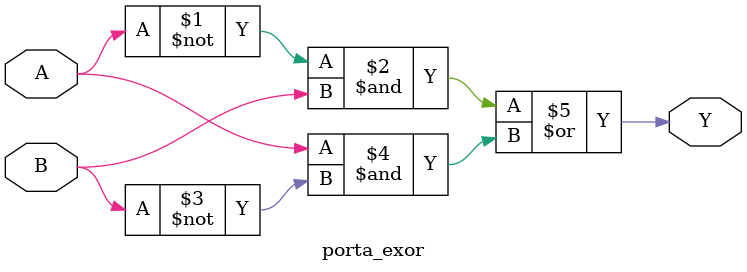
<source format=v>
module porta_exor (Y,A,B);

//definicao da saida Y e das entradas A e B
output Y;
input A,B;

//funcionadlidade do circuito
assign Y =((~A) & B) | (A & (~B));
endmodule

</source>
